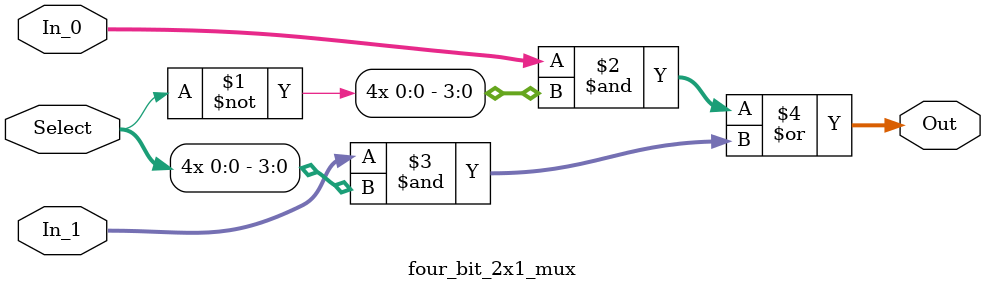
<source format=v>
module four_bit_2x1_mux(In_1, In_0, Select, Out);
	input [3:0] In_1;
	input [3:0] In_0;
	input Select;
	output [3:0] Out;
	
	// Your code goes here.  DO NOT change anything that is already given! Otherwise, you will not be able to pass the tests!
	assign Out = (In_0 & {4{~Select}}) | (In_1 & {4{Select}});
endmodule
</source>
